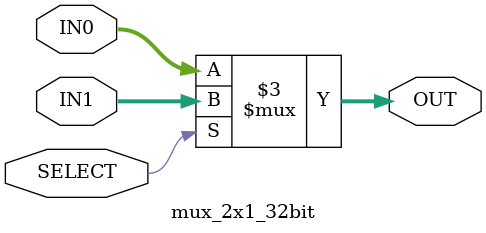
<source format=v>
`timescale 1ns/100ps
module mux_2x1_32bit(IN0, IN1, OUT, SELECT);

    //declare the ports
    input [31:0] IN0, IN1;
    input SELECT;
    output reg [31:0] OUT;

    //connect the relevent input to the output depending depending on the select
    // TODO: Add delay to mux
    // assign OUT = (SELECT==1'b1) ? IN1 : IN0;
    
    always @ (*) begin
        case (SELECT)
            1'b1: OUT = IN1;
            default: OUT = IN0;
        endcase
    end

endmodule
</source>
